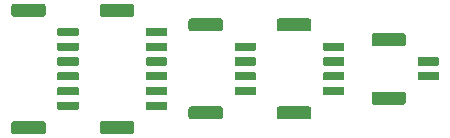
<source format=gts>
G04 #@! TF.GenerationSoftware,KiCad,Pcbnew,(5.1.5)-3*
G04 #@! TF.CreationDate,2021-10-17T15:32:45-07:00*
G04 #@! TF.ProjectId,uav_gps_i2c_breakout,7561765f-6770-4735-9f69-32635f627265,rev?*
G04 #@! TF.SameCoordinates,Original*
G04 #@! TF.FileFunction,Soldermask,Top*
G04 #@! TF.FilePolarity,Negative*
%FSLAX46Y46*%
G04 Gerber Fmt 4.6, Leading zero omitted, Abs format (unit mm)*
G04 Created by KiCad (PCBNEW (5.1.5)-3) date 2021-10-17 15:32:45*
%MOMM*%
%LPD*%
G04 APERTURE LIST*
%ADD10C,0.100000*%
G04 APERTURE END LIST*
D10*
G36*
X186879434Y-79428686D02*
G01*
X186919284Y-79440774D01*
X186955999Y-79460399D01*
X186988186Y-79486814D01*
X187014601Y-79519001D01*
X187034226Y-79555716D01*
X187046314Y-79595566D01*
X187051000Y-79643141D01*
X187051000Y-80306859D01*
X187046314Y-80354434D01*
X187034226Y-80394284D01*
X187014601Y-80430999D01*
X186988186Y-80463186D01*
X186955999Y-80489601D01*
X186919284Y-80509226D01*
X186879434Y-80521314D01*
X186831859Y-80526000D01*
X184368141Y-80526000D01*
X184320566Y-80521314D01*
X184280716Y-80509226D01*
X184244001Y-80489601D01*
X184211814Y-80463186D01*
X184185399Y-80430999D01*
X184165774Y-80394284D01*
X184153686Y-80354434D01*
X184149000Y-80306859D01*
X184149000Y-79643141D01*
X184153686Y-79595566D01*
X184165774Y-79555716D01*
X184185399Y-79519001D01*
X184211814Y-79486814D01*
X184244001Y-79460399D01*
X184280716Y-79440774D01*
X184320566Y-79428686D01*
X184368141Y-79424000D01*
X186831859Y-79424000D01*
X186879434Y-79428686D01*
G37*
G36*
X179379434Y-79428686D02*
G01*
X179419284Y-79440774D01*
X179455999Y-79460399D01*
X179488186Y-79486814D01*
X179514601Y-79519001D01*
X179534226Y-79555716D01*
X179546314Y-79595566D01*
X179551000Y-79643141D01*
X179551000Y-80306859D01*
X179546314Y-80354434D01*
X179534226Y-80394284D01*
X179514601Y-80430999D01*
X179488186Y-80463186D01*
X179455999Y-80489601D01*
X179419284Y-80509226D01*
X179379434Y-80521314D01*
X179331859Y-80526000D01*
X176868141Y-80526000D01*
X176820566Y-80521314D01*
X176780716Y-80509226D01*
X176744001Y-80489601D01*
X176711814Y-80463186D01*
X176685399Y-80430999D01*
X176665774Y-80394284D01*
X176653686Y-80354434D01*
X176649000Y-80306859D01*
X176649000Y-79643141D01*
X176653686Y-79595566D01*
X176665774Y-79555716D01*
X176685399Y-79519001D01*
X176711814Y-79486814D01*
X176744001Y-79460399D01*
X176780716Y-79440774D01*
X176820566Y-79428686D01*
X176868141Y-79424000D01*
X179331859Y-79424000D01*
X179379434Y-79428686D01*
G37*
G36*
X201879434Y-78178686D02*
G01*
X201919284Y-78190774D01*
X201955999Y-78210399D01*
X201988186Y-78236814D01*
X202014601Y-78269001D01*
X202034226Y-78305716D01*
X202046314Y-78345566D01*
X202051000Y-78393141D01*
X202051000Y-79056859D01*
X202046314Y-79104434D01*
X202034226Y-79144284D01*
X202014601Y-79180999D01*
X201988186Y-79213186D01*
X201955999Y-79239601D01*
X201919284Y-79259226D01*
X201879434Y-79271314D01*
X201831859Y-79276000D01*
X199368141Y-79276000D01*
X199320566Y-79271314D01*
X199280716Y-79259226D01*
X199244001Y-79239601D01*
X199211814Y-79213186D01*
X199185399Y-79180999D01*
X199165774Y-79144284D01*
X199153686Y-79104434D01*
X199149000Y-79056859D01*
X199149000Y-78393141D01*
X199153686Y-78345566D01*
X199165774Y-78305716D01*
X199185399Y-78269001D01*
X199211814Y-78236814D01*
X199244001Y-78210399D01*
X199280716Y-78190774D01*
X199320566Y-78178686D01*
X199368141Y-78174000D01*
X201831859Y-78174000D01*
X201879434Y-78178686D01*
G37*
G36*
X194379434Y-78178686D02*
G01*
X194419284Y-78190774D01*
X194455999Y-78210399D01*
X194488186Y-78236814D01*
X194514601Y-78269001D01*
X194534226Y-78305716D01*
X194546314Y-78345566D01*
X194551000Y-78393141D01*
X194551000Y-79056859D01*
X194546314Y-79104434D01*
X194534226Y-79144284D01*
X194514601Y-79180999D01*
X194488186Y-79213186D01*
X194455999Y-79239601D01*
X194419284Y-79259226D01*
X194379434Y-79271314D01*
X194331859Y-79276000D01*
X191868141Y-79276000D01*
X191820566Y-79271314D01*
X191780716Y-79259226D01*
X191744001Y-79239601D01*
X191711814Y-79213186D01*
X191685399Y-79180999D01*
X191665774Y-79144284D01*
X191653686Y-79104434D01*
X191649000Y-79056859D01*
X191649000Y-78393141D01*
X191653686Y-78345566D01*
X191665774Y-78305716D01*
X191685399Y-78269001D01*
X191711814Y-78236814D01*
X191744001Y-78210399D01*
X191780716Y-78190774D01*
X191820566Y-78178686D01*
X191868141Y-78174000D01*
X194331859Y-78174000D01*
X194379434Y-78178686D01*
G37*
G36*
X182259928Y-77776764D02*
G01*
X182281009Y-77783160D01*
X182300445Y-77793548D01*
X182317476Y-77807524D01*
X182331452Y-77824555D01*
X182341840Y-77843991D01*
X182348236Y-77865072D01*
X182351000Y-77893140D01*
X182351000Y-78356860D01*
X182348236Y-78384928D01*
X182341840Y-78406009D01*
X182331452Y-78425445D01*
X182317476Y-78442476D01*
X182300445Y-78456452D01*
X182281009Y-78466840D01*
X182259928Y-78473236D01*
X182231860Y-78476000D01*
X180668140Y-78476000D01*
X180640072Y-78473236D01*
X180618991Y-78466840D01*
X180599555Y-78456452D01*
X180582524Y-78442476D01*
X180568548Y-78425445D01*
X180558160Y-78406009D01*
X180551764Y-78384928D01*
X180549000Y-78356860D01*
X180549000Y-77893140D01*
X180551764Y-77865072D01*
X180558160Y-77843991D01*
X180568548Y-77824555D01*
X180582524Y-77807524D01*
X180599555Y-77793548D01*
X180618991Y-77783160D01*
X180640072Y-77776764D01*
X180668140Y-77774000D01*
X182231860Y-77774000D01*
X182259928Y-77776764D01*
G37*
G36*
X189759928Y-77776764D02*
G01*
X189781009Y-77783160D01*
X189800445Y-77793548D01*
X189817476Y-77807524D01*
X189831452Y-77824555D01*
X189841840Y-77843991D01*
X189848236Y-77865072D01*
X189851000Y-77893140D01*
X189851000Y-78356860D01*
X189848236Y-78384928D01*
X189841840Y-78406009D01*
X189831452Y-78425445D01*
X189817476Y-78442476D01*
X189800445Y-78456452D01*
X189781009Y-78466840D01*
X189759928Y-78473236D01*
X189731860Y-78476000D01*
X188168140Y-78476000D01*
X188140072Y-78473236D01*
X188118991Y-78466840D01*
X188099555Y-78456452D01*
X188082524Y-78442476D01*
X188068548Y-78425445D01*
X188058160Y-78406009D01*
X188051764Y-78384928D01*
X188049000Y-78356860D01*
X188049000Y-77893140D01*
X188051764Y-77865072D01*
X188058160Y-77843991D01*
X188068548Y-77824555D01*
X188082524Y-77807524D01*
X188099555Y-77793548D01*
X188118991Y-77783160D01*
X188140072Y-77776764D01*
X188168140Y-77774000D01*
X189731860Y-77774000D01*
X189759928Y-77776764D01*
G37*
G36*
X209879434Y-76928686D02*
G01*
X209919284Y-76940774D01*
X209955999Y-76960399D01*
X209988186Y-76986814D01*
X210014601Y-77019001D01*
X210034226Y-77055716D01*
X210046314Y-77095566D01*
X210051000Y-77143141D01*
X210051000Y-77806859D01*
X210046314Y-77854434D01*
X210034226Y-77894284D01*
X210014601Y-77930999D01*
X209988186Y-77963186D01*
X209955999Y-77989601D01*
X209919284Y-78009226D01*
X209879434Y-78021314D01*
X209831859Y-78026000D01*
X207368141Y-78026000D01*
X207320566Y-78021314D01*
X207280716Y-78009226D01*
X207244001Y-77989601D01*
X207211814Y-77963186D01*
X207185399Y-77930999D01*
X207165774Y-77894284D01*
X207153686Y-77854434D01*
X207149000Y-77806859D01*
X207149000Y-77143141D01*
X207153686Y-77095566D01*
X207165774Y-77055716D01*
X207185399Y-77019001D01*
X207211814Y-76986814D01*
X207244001Y-76960399D01*
X207280716Y-76940774D01*
X207320566Y-76928686D01*
X207368141Y-76924000D01*
X209831859Y-76924000D01*
X209879434Y-76928686D01*
G37*
G36*
X189759928Y-76526764D02*
G01*
X189781009Y-76533160D01*
X189800445Y-76543548D01*
X189817476Y-76557524D01*
X189831452Y-76574555D01*
X189841840Y-76593991D01*
X189848236Y-76615072D01*
X189851000Y-76643140D01*
X189851000Y-77106860D01*
X189848236Y-77134928D01*
X189841840Y-77156009D01*
X189831452Y-77175445D01*
X189817476Y-77192476D01*
X189800445Y-77206452D01*
X189781009Y-77216840D01*
X189759928Y-77223236D01*
X189731860Y-77226000D01*
X188168140Y-77226000D01*
X188140072Y-77223236D01*
X188118991Y-77216840D01*
X188099555Y-77206452D01*
X188082524Y-77192476D01*
X188068548Y-77175445D01*
X188058160Y-77156009D01*
X188051764Y-77134928D01*
X188049000Y-77106860D01*
X188049000Y-76643140D01*
X188051764Y-76615072D01*
X188058160Y-76593991D01*
X188068548Y-76574555D01*
X188082524Y-76557524D01*
X188099555Y-76543548D01*
X188118991Y-76533160D01*
X188140072Y-76526764D01*
X188168140Y-76524000D01*
X189731860Y-76524000D01*
X189759928Y-76526764D01*
G37*
G36*
X204759928Y-76526764D02*
G01*
X204781009Y-76533160D01*
X204800445Y-76543548D01*
X204817476Y-76557524D01*
X204831452Y-76574555D01*
X204841840Y-76593991D01*
X204848236Y-76615072D01*
X204851000Y-76643140D01*
X204851000Y-77106860D01*
X204848236Y-77134928D01*
X204841840Y-77156009D01*
X204831452Y-77175445D01*
X204817476Y-77192476D01*
X204800445Y-77206452D01*
X204781009Y-77216840D01*
X204759928Y-77223236D01*
X204731860Y-77226000D01*
X203168140Y-77226000D01*
X203140072Y-77223236D01*
X203118991Y-77216840D01*
X203099555Y-77206452D01*
X203082524Y-77192476D01*
X203068548Y-77175445D01*
X203058160Y-77156009D01*
X203051764Y-77134928D01*
X203049000Y-77106860D01*
X203049000Y-76643140D01*
X203051764Y-76615072D01*
X203058160Y-76593991D01*
X203068548Y-76574555D01*
X203082524Y-76557524D01*
X203099555Y-76543548D01*
X203118991Y-76533160D01*
X203140072Y-76526764D01*
X203168140Y-76524000D01*
X204731860Y-76524000D01*
X204759928Y-76526764D01*
G37*
G36*
X197259928Y-76526764D02*
G01*
X197281009Y-76533160D01*
X197300445Y-76543548D01*
X197317476Y-76557524D01*
X197331452Y-76574555D01*
X197341840Y-76593991D01*
X197348236Y-76615072D01*
X197351000Y-76643140D01*
X197351000Y-77106860D01*
X197348236Y-77134928D01*
X197341840Y-77156009D01*
X197331452Y-77175445D01*
X197317476Y-77192476D01*
X197300445Y-77206452D01*
X197281009Y-77216840D01*
X197259928Y-77223236D01*
X197231860Y-77226000D01*
X195668140Y-77226000D01*
X195640072Y-77223236D01*
X195618991Y-77216840D01*
X195599555Y-77206452D01*
X195582524Y-77192476D01*
X195568548Y-77175445D01*
X195558160Y-77156009D01*
X195551764Y-77134928D01*
X195549000Y-77106860D01*
X195549000Y-76643140D01*
X195551764Y-76615072D01*
X195558160Y-76593991D01*
X195568548Y-76574555D01*
X195582524Y-76557524D01*
X195599555Y-76543548D01*
X195618991Y-76533160D01*
X195640072Y-76526764D01*
X195668140Y-76524000D01*
X197231860Y-76524000D01*
X197259928Y-76526764D01*
G37*
G36*
X182259928Y-76526764D02*
G01*
X182281009Y-76533160D01*
X182300445Y-76543548D01*
X182317476Y-76557524D01*
X182331452Y-76574555D01*
X182341840Y-76593991D01*
X182348236Y-76615072D01*
X182351000Y-76643140D01*
X182351000Y-77106860D01*
X182348236Y-77134928D01*
X182341840Y-77156009D01*
X182331452Y-77175445D01*
X182317476Y-77192476D01*
X182300445Y-77206452D01*
X182281009Y-77216840D01*
X182259928Y-77223236D01*
X182231860Y-77226000D01*
X180668140Y-77226000D01*
X180640072Y-77223236D01*
X180618991Y-77216840D01*
X180599555Y-77206452D01*
X180582524Y-77192476D01*
X180568548Y-77175445D01*
X180558160Y-77156009D01*
X180551764Y-77134928D01*
X180549000Y-77106860D01*
X180549000Y-76643140D01*
X180551764Y-76615072D01*
X180558160Y-76593991D01*
X180568548Y-76574555D01*
X180582524Y-76557524D01*
X180599555Y-76543548D01*
X180618991Y-76533160D01*
X180640072Y-76526764D01*
X180668140Y-76524000D01*
X182231860Y-76524000D01*
X182259928Y-76526764D01*
G37*
G36*
X197259928Y-75276764D02*
G01*
X197281009Y-75283160D01*
X197300445Y-75293548D01*
X197317476Y-75307524D01*
X197331452Y-75324555D01*
X197341840Y-75343991D01*
X197348236Y-75365072D01*
X197351000Y-75393140D01*
X197351000Y-75856860D01*
X197348236Y-75884928D01*
X197341840Y-75906009D01*
X197331452Y-75925445D01*
X197317476Y-75942476D01*
X197300445Y-75956452D01*
X197281009Y-75966840D01*
X197259928Y-75973236D01*
X197231860Y-75976000D01*
X195668140Y-75976000D01*
X195640072Y-75973236D01*
X195618991Y-75966840D01*
X195599555Y-75956452D01*
X195582524Y-75942476D01*
X195568548Y-75925445D01*
X195558160Y-75906009D01*
X195551764Y-75884928D01*
X195549000Y-75856860D01*
X195549000Y-75393140D01*
X195551764Y-75365072D01*
X195558160Y-75343991D01*
X195568548Y-75324555D01*
X195582524Y-75307524D01*
X195599555Y-75293548D01*
X195618991Y-75283160D01*
X195640072Y-75276764D01*
X195668140Y-75274000D01*
X197231860Y-75274000D01*
X197259928Y-75276764D01*
G37*
G36*
X204759928Y-75276764D02*
G01*
X204781009Y-75283160D01*
X204800445Y-75293548D01*
X204817476Y-75307524D01*
X204831452Y-75324555D01*
X204841840Y-75343991D01*
X204848236Y-75365072D01*
X204851000Y-75393140D01*
X204851000Y-75856860D01*
X204848236Y-75884928D01*
X204841840Y-75906009D01*
X204831452Y-75925445D01*
X204817476Y-75942476D01*
X204800445Y-75956452D01*
X204781009Y-75966840D01*
X204759928Y-75973236D01*
X204731860Y-75976000D01*
X203168140Y-75976000D01*
X203140072Y-75973236D01*
X203118991Y-75966840D01*
X203099555Y-75956452D01*
X203082524Y-75942476D01*
X203068548Y-75925445D01*
X203058160Y-75906009D01*
X203051764Y-75884928D01*
X203049000Y-75856860D01*
X203049000Y-75393140D01*
X203051764Y-75365072D01*
X203058160Y-75343991D01*
X203068548Y-75324555D01*
X203082524Y-75307524D01*
X203099555Y-75293548D01*
X203118991Y-75283160D01*
X203140072Y-75276764D01*
X203168140Y-75274000D01*
X204731860Y-75274000D01*
X204759928Y-75276764D01*
G37*
G36*
X182259928Y-75276764D02*
G01*
X182281009Y-75283160D01*
X182300445Y-75293548D01*
X182317476Y-75307524D01*
X182331452Y-75324555D01*
X182341840Y-75343991D01*
X182348236Y-75365072D01*
X182351000Y-75393140D01*
X182351000Y-75856860D01*
X182348236Y-75884928D01*
X182341840Y-75906009D01*
X182331452Y-75925445D01*
X182317476Y-75942476D01*
X182300445Y-75956452D01*
X182281009Y-75966840D01*
X182259928Y-75973236D01*
X182231860Y-75976000D01*
X180668140Y-75976000D01*
X180640072Y-75973236D01*
X180618991Y-75966840D01*
X180599555Y-75956452D01*
X180582524Y-75942476D01*
X180568548Y-75925445D01*
X180558160Y-75906009D01*
X180551764Y-75884928D01*
X180549000Y-75856860D01*
X180549000Y-75393140D01*
X180551764Y-75365072D01*
X180558160Y-75343991D01*
X180568548Y-75324555D01*
X180582524Y-75307524D01*
X180599555Y-75293548D01*
X180618991Y-75283160D01*
X180640072Y-75276764D01*
X180668140Y-75274000D01*
X182231860Y-75274000D01*
X182259928Y-75276764D01*
G37*
G36*
X189759928Y-75276764D02*
G01*
X189781009Y-75283160D01*
X189800445Y-75293548D01*
X189817476Y-75307524D01*
X189831452Y-75324555D01*
X189841840Y-75343991D01*
X189848236Y-75365072D01*
X189851000Y-75393140D01*
X189851000Y-75856860D01*
X189848236Y-75884928D01*
X189841840Y-75906009D01*
X189831452Y-75925445D01*
X189817476Y-75942476D01*
X189800445Y-75956452D01*
X189781009Y-75966840D01*
X189759928Y-75973236D01*
X189731860Y-75976000D01*
X188168140Y-75976000D01*
X188140072Y-75973236D01*
X188118991Y-75966840D01*
X188099555Y-75956452D01*
X188082524Y-75942476D01*
X188068548Y-75925445D01*
X188058160Y-75906009D01*
X188051764Y-75884928D01*
X188049000Y-75856860D01*
X188049000Y-75393140D01*
X188051764Y-75365072D01*
X188058160Y-75343991D01*
X188068548Y-75324555D01*
X188082524Y-75307524D01*
X188099555Y-75293548D01*
X188118991Y-75283160D01*
X188140072Y-75276764D01*
X188168140Y-75274000D01*
X189731860Y-75274000D01*
X189759928Y-75276764D01*
G37*
G36*
X212759928Y-75276764D02*
G01*
X212781009Y-75283160D01*
X212800445Y-75293548D01*
X212817476Y-75307524D01*
X212831452Y-75324555D01*
X212841840Y-75343991D01*
X212848236Y-75365072D01*
X212851000Y-75393140D01*
X212851000Y-75856860D01*
X212848236Y-75884928D01*
X212841840Y-75906009D01*
X212831452Y-75925445D01*
X212817476Y-75942476D01*
X212800445Y-75956452D01*
X212781009Y-75966840D01*
X212759928Y-75973236D01*
X212731860Y-75976000D01*
X211168140Y-75976000D01*
X211140072Y-75973236D01*
X211118991Y-75966840D01*
X211099555Y-75956452D01*
X211082524Y-75942476D01*
X211068548Y-75925445D01*
X211058160Y-75906009D01*
X211051764Y-75884928D01*
X211049000Y-75856860D01*
X211049000Y-75393140D01*
X211051764Y-75365072D01*
X211058160Y-75343991D01*
X211068548Y-75324555D01*
X211082524Y-75307524D01*
X211099555Y-75293548D01*
X211118991Y-75283160D01*
X211140072Y-75276764D01*
X211168140Y-75274000D01*
X212731860Y-75274000D01*
X212759928Y-75276764D01*
G37*
G36*
X182259928Y-74026764D02*
G01*
X182281009Y-74033160D01*
X182300445Y-74043548D01*
X182317476Y-74057524D01*
X182331452Y-74074555D01*
X182341840Y-74093991D01*
X182348236Y-74115072D01*
X182351000Y-74143140D01*
X182351000Y-74606860D01*
X182348236Y-74634928D01*
X182341840Y-74656009D01*
X182331452Y-74675445D01*
X182317476Y-74692476D01*
X182300445Y-74706452D01*
X182281009Y-74716840D01*
X182259928Y-74723236D01*
X182231860Y-74726000D01*
X180668140Y-74726000D01*
X180640072Y-74723236D01*
X180618991Y-74716840D01*
X180599555Y-74706452D01*
X180582524Y-74692476D01*
X180568548Y-74675445D01*
X180558160Y-74656009D01*
X180551764Y-74634928D01*
X180549000Y-74606860D01*
X180549000Y-74143140D01*
X180551764Y-74115072D01*
X180558160Y-74093991D01*
X180568548Y-74074555D01*
X180582524Y-74057524D01*
X180599555Y-74043548D01*
X180618991Y-74033160D01*
X180640072Y-74026764D01*
X180668140Y-74024000D01*
X182231860Y-74024000D01*
X182259928Y-74026764D01*
G37*
G36*
X212759928Y-74026764D02*
G01*
X212781009Y-74033160D01*
X212800445Y-74043548D01*
X212817476Y-74057524D01*
X212831452Y-74074555D01*
X212841840Y-74093991D01*
X212848236Y-74115072D01*
X212851000Y-74143140D01*
X212851000Y-74606860D01*
X212848236Y-74634928D01*
X212841840Y-74656009D01*
X212831452Y-74675445D01*
X212817476Y-74692476D01*
X212800445Y-74706452D01*
X212781009Y-74716840D01*
X212759928Y-74723236D01*
X212731860Y-74726000D01*
X211168140Y-74726000D01*
X211140072Y-74723236D01*
X211118991Y-74716840D01*
X211099555Y-74706452D01*
X211082524Y-74692476D01*
X211068548Y-74675445D01*
X211058160Y-74656009D01*
X211051764Y-74634928D01*
X211049000Y-74606860D01*
X211049000Y-74143140D01*
X211051764Y-74115072D01*
X211058160Y-74093991D01*
X211068548Y-74074555D01*
X211082524Y-74057524D01*
X211099555Y-74043548D01*
X211118991Y-74033160D01*
X211140072Y-74026764D01*
X211168140Y-74024000D01*
X212731860Y-74024000D01*
X212759928Y-74026764D01*
G37*
G36*
X204759928Y-74026764D02*
G01*
X204781009Y-74033160D01*
X204800445Y-74043548D01*
X204817476Y-74057524D01*
X204831452Y-74074555D01*
X204841840Y-74093991D01*
X204848236Y-74115072D01*
X204851000Y-74143140D01*
X204851000Y-74606860D01*
X204848236Y-74634928D01*
X204841840Y-74656009D01*
X204831452Y-74675445D01*
X204817476Y-74692476D01*
X204800445Y-74706452D01*
X204781009Y-74716840D01*
X204759928Y-74723236D01*
X204731860Y-74726000D01*
X203168140Y-74726000D01*
X203140072Y-74723236D01*
X203118991Y-74716840D01*
X203099555Y-74706452D01*
X203082524Y-74692476D01*
X203068548Y-74675445D01*
X203058160Y-74656009D01*
X203051764Y-74634928D01*
X203049000Y-74606860D01*
X203049000Y-74143140D01*
X203051764Y-74115072D01*
X203058160Y-74093991D01*
X203068548Y-74074555D01*
X203082524Y-74057524D01*
X203099555Y-74043548D01*
X203118991Y-74033160D01*
X203140072Y-74026764D01*
X203168140Y-74024000D01*
X204731860Y-74024000D01*
X204759928Y-74026764D01*
G37*
G36*
X197259928Y-74026764D02*
G01*
X197281009Y-74033160D01*
X197300445Y-74043548D01*
X197317476Y-74057524D01*
X197331452Y-74074555D01*
X197341840Y-74093991D01*
X197348236Y-74115072D01*
X197351000Y-74143140D01*
X197351000Y-74606860D01*
X197348236Y-74634928D01*
X197341840Y-74656009D01*
X197331452Y-74675445D01*
X197317476Y-74692476D01*
X197300445Y-74706452D01*
X197281009Y-74716840D01*
X197259928Y-74723236D01*
X197231860Y-74726000D01*
X195668140Y-74726000D01*
X195640072Y-74723236D01*
X195618991Y-74716840D01*
X195599555Y-74706452D01*
X195582524Y-74692476D01*
X195568548Y-74675445D01*
X195558160Y-74656009D01*
X195551764Y-74634928D01*
X195549000Y-74606860D01*
X195549000Y-74143140D01*
X195551764Y-74115072D01*
X195558160Y-74093991D01*
X195568548Y-74074555D01*
X195582524Y-74057524D01*
X195599555Y-74043548D01*
X195618991Y-74033160D01*
X195640072Y-74026764D01*
X195668140Y-74024000D01*
X197231860Y-74024000D01*
X197259928Y-74026764D01*
G37*
G36*
X189759928Y-74026764D02*
G01*
X189781009Y-74033160D01*
X189800445Y-74043548D01*
X189817476Y-74057524D01*
X189831452Y-74074555D01*
X189841840Y-74093991D01*
X189848236Y-74115072D01*
X189851000Y-74143140D01*
X189851000Y-74606860D01*
X189848236Y-74634928D01*
X189841840Y-74656009D01*
X189831452Y-74675445D01*
X189817476Y-74692476D01*
X189800445Y-74706452D01*
X189781009Y-74716840D01*
X189759928Y-74723236D01*
X189731860Y-74726000D01*
X188168140Y-74726000D01*
X188140072Y-74723236D01*
X188118991Y-74716840D01*
X188099555Y-74706452D01*
X188082524Y-74692476D01*
X188068548Y-74675445D01*
X188058160Y-74656009D01*
X188051764Y-74634928D01*
X188049000Y-74606860D01*
X188049000Y-74143140D01*
X188051764Y-74115072D01*
X188058160Y-74093991D01*
X188068548Y-74074555D01*
X188082524Y-74057524D01*
X188099555Y-74043548D01*
X188118991Y-74033160D01*
X188140072Y-74026764D01*
X188168140Y-74024000D01*
X189731860Y-74024000D01*
X189759928Y-74026764D01*
G37*
G36*
X204759928Y-72776764D02*
G01*
X204781009Y-72783160D01*
X204800445Y-72793548D01*
X204817476Y-72807524D01*
X204831452Y-72824555D01*
X204841840Y-72843991D01*
X204848236Y-72865072D01*
X204851000Y-72893140D01*
X204851000Y-73356860D01*
X204848236Y-73384928D01*
X204841840Y-73406009D01*
X204831452Y-73425445D01*
X204817476Y-73442476D01*
X204800445Y-73456452D01*
X204781009Y-73466840D01*
X204759928Y-73473236D01*
X204731860Y-73476000D01*
X203168140Y-73476000D01*
X203140072Y-73473236D01*
X203118991Y-73466840D01*
X203099555Y-73456452D01*
X203082524Y-73442476D01*
X203068548Y-73425445D01*
X203058160Y-73406009D01*
X203051764Y-73384928D01*
X203049000Y-73356860D01*
X203049000Y-72893140D01*
X203051764Y-72865072D01*
X203058160Y-72843991D01*
X203068548Y-72824555D01*
X203082524Y-72807524D01*
X203099555Y-72793548D01*
X203118991Y-72783160D01*
X203140072Y-72776764D01*
X203168140Y-72774000D01*
X204731860Y-72774000D01*
X204759928Y-72776764D01*
G37*
G36*
X197259928Y-72776764D02*
G01*
X197281009Y-72783160D01*
X197300445Y-72793548D01*
X197317476Y-72807524D01*
X197331452Y-72824555D01*
X197341840Y-72843991D01*
X197348236Y-72865072D01*
X197351000Y-72893140D01*
X197351000Y-73356860D01*
X197348236Y-73384928D01*
X197341840Y-73406009D01*
X197331452Y-73425445D01*
X197317476Y-73442476D01*
X197300445Y-73456452D01*
X197281009Y-73466840D01*
X197259928Y-73473236D01*
X197231860Y-73476000D01*
X195668140Y-73476000D01*
X195640072Y-73473236D01*
X195618991Y-73466840D01*
X195599555Y-73456452D01*
X195582524Y-73442476D01*
X195568548Y-73425445D01*
X195558160Y-73406009D01*
X195551764Y-73384928D01*
X195549000Y-73356860D01*
X195549000Y-72893140D01*
X195551764Y-72865072D01*
X195558160Y-72843991D01*
X195568548Y-72824555D01*
X195582524Y-72807524D01*
X195599555Y-72793548D01*
X195618991Y-72783160D01*
X195640072Y-72776764D01*
X195668140Y-72774000D01*
X197231860Y-72774000D01*
X197259928Y-72776764D01*
G37*
G36*
X182259928Y-72776764D02*
G01*
X182281009Y-72783160D01*
X182300445Y-72793548D01*
X182317476Y-72807524D01*
X182331452Y-72824555D01*
X182341840Y-72843991D01*
X182348236Y-72865072D01*
X182351000Y-72893140D01*
X182351000Y-73356860D01*
X182348236Y-73384928D01*
X182341840Y-73406009D01*
X182331452Y-73425445D01*
X182317476Y-73442476D01*
X182300445Y-73456452D01*
X182281009Y-73466840D01*
X182259928Y-73473236D01*
X182231860Y-73476000D01*
X180668140Y-73476000D01*
X180640072Y-73473236D01*
X180618991Y-73466840D01*
X180599555Y-73456452D01*
X180582524Y-73442476D01*
X180568548Y-73425445D01*
X180558160Y-73406009D01*
X180551764Y-73384928D01*
X180549000Y-73356860D01*
X180549000Y-72893140D01*
X180551764Y-72865072D01*
X180558160Y-72843991D01*
X180568548Y-72824555D01*
X180582524Y-72807524D01*
X180599555Y-72793548D01*
X180618991Y-72783160D01*
X180640072Y-72776764D01*
X180668140Y-72774000D01*
X182231860Y-72774000D01*
X182259928Y-72776764D01*
G37*
G36*
X189759928Y-72776764D02*
G01*
X189781009Y-72783160D01*
X189800445Y-72793548D01*
X189817476Y-72807524D01*
X189831452Y-72824555D01*
X189841840Y-72843991D01*
X189848236Y-72865072D01*
X189851000Y-72893140D01*
X189851000Y-73356860D01*
X189848236Y-73384928D01*
X189841840Y-73406009D01*
X189831452Y-73425445D01*
X189817476Y-73442476D01*
X189800445Y-73456452D01*
X189781009Y-73466840D01*
X189759928Y-73473236D01*
X189731860Y-73476000D01*
X188168140Y-73476000D01*
X188140072Y-73473236D01*
X188118991Y-73466840D01*
X188099555Y-73456452D01*
X188082524Y-73442476D01*
X188068548Y-73425445D01*
X188058160Y-73406009D01*
X188051764Y-73384928D01*
X188049000Y-73356860D01*
X188049000Y-72893140D01*
X188051764Y-72865072D01*
X188058160Y-72843991D01*
X188068548Y-72824555D01*
X188082524Y-72807524D01*
X188099555Y-72793548D01*
X188118991Y-72783160D01*
X188140072Y-72776764D01*
X188168140Y-72774000D01*
X189731860Y-72774000D01*
X189759928Y-72776764D01*
G37*
G36*
X209879434Y-71978686D02*
G01*
X209919284Y-71990774D01*
X209955999Y-72010399D01*
X209988186Y-72036814D01*
X210014601Y-72069001D01*
X210034226Y-72105716D01*
X210046314Y-72145566D01*
X210051000Y-72193141D01*
X210051000Y-72856859D01*
X210046314Y-72904434D01*
X210034226Y-72944284D01*
X210014601Y-72980999D01*
X209988186Y-73013186D01*
X209955999Y-73039601D01*
X209919284Y-73059226D01*
X209879434Y-73071314D01*
X209831859Y-73076000D01*
X207368141Y-73076000D01*
X207320566Y-73071314D01*
X207280716Y-73059226D01*
X207244001Y-73039601D01*
X207211814Y-73013186D01*
X207185399Y-72980999D01*
X207165774Y-72944284D01*
X207153686Y-72904434D01*
X207149000Y-72856859D01*
X207149000Y-72193141D01*
X207153686Y-72145566D01*
X207165774Y-72105716D01*
X207185399Y-72069001D01*
X207211814Y-72036814D01*
X207244001Y-72010399D01*
X207280716Y-71990774D01*
X207320566Y-71978686D01*
X207368141Y-71974000D01*
X209831859Y-71974000D01*
X209879434Y-71978686D01*
G37*
G36*
X182259928Y-71526764D02*
G01*
X182281009Y-71533160D01*
X182300445Y-71543548D01*
X182317476Y-71557524D01*
X182331452Y-71574555D01*
X182341840Y-71593991D01*
X182348236Y-71615072D01*
X182351000Y-71643140D01*
X182351000Y-72106860D01*
X182348236Y-72134928D01*
X182341840Y-72156009D01*
X182331452Y-72175445D01*
X182317476Y-72192476D01*
X182300445Y-72206452D01*
X182281009Y-72216840D01*
X182259928Y-72223236D01*
X182231860Y-72226000D01*
X180668140Y-72226000D01*
X180640072Y-72223236D01*
X180618991Y-72216840D01*
X180599555Y-72206452D01*
X180582524Y-72192476D01*
X180568548Y-72175445D01*
X180558160Y-72156009D01*
X180551764Y-72134928D01*
X180549000Y-72106860D01*
X180549000Y-71643140D01*
X180551764Y-71615072D01*
X180558160Y-71593991D01*
X180568548Y-71574555D01*
X180582524Y-71557524D01*
X180599555Y-71543548D01*
X180618991Y-71533160D01*
X180640072Y-71526764D01*
X180668140Y-71524000D01*
X182231860Y-71524000D01*
X182259928Y-71526764D01*
G37*
G36*
X189759928Y-71526764D02*
G01*
X189781009Y-71533160D01*
X189800445Y-71543548D01*
X189817476Y-71557524D01*
X189831452Y-71574555D01*
X189841840Y-71593991D01*
X189848236Y-71615072D01*
X189851000Y-71643140D01*
X189851000Y-72106860D01*
X189848236Y-72134928D01*
X189841840Y-72156009D01*
X189831452Y-72175445D01*
X189817476Y-72192476D01*
X189800445Y-72206452D01*
X189781009Y-72216840D01*
X189759928Y-72223236D01*
X189731860Y-72226000D01*
X188168140Y-72226000D01*
X188140072Y-72223236D01*
X188118991Y-72216840D01*
X188099555Y-72206452D01*
X188082524Y-72192476D01*
X188068548Y-72175445D01*
X188058160Y-72156009D01*
X188051764Y-72134928D01*
X188049000Y-72106860D01*
X188049000Y-71643140D01*
X188051764Y-71615072D01*
X188058160Y-71593991D01*
X188068548Y-71574555D01*
X188082524Y-71557524D01*
X188099555Y-71543548D01*
X188118991Y-71533160D01*
X188140072Y-71526764D01*
X188168140Y-71524000D01*
X189731860Y-71524000D01*
X189759928Y-71526764D01*
G37*
G36*
X201879434Y-70728686D02*
G01*
X201919284Y-70740774D01*
X201955999Y-70760399D01*
X201988186Y-70786814D01*
X202014601Y-70819001D01*
X202034226Y-70855716D01*
X202046314Y-70895566D01*
X202051000Y-70943141D01*
X202051000Y-71606859D01*
X202046314Y-71654434D01*
X202034226Y-71694284D01*
X202014601Y-71730999D01*
X201988186Y-71763186D01*
X201955999Y-71789601D01*
X201919284Y-71809226D01*
X201879434Y-71821314D01*
X201831859Y-71826000D01*
X199368141Y-71826000D01*
X199320566Y-71821314D01*
X199280716Y-71809226D01*
X199244001Y-71789601D01*
X199211814Y-71763186D01*
X199185399Y-71730999D01*
X199165774Y-71694284D01*
X199153686Y-71654434D01*
X199149000Y-71606859D01*
X199149000Y-70943141D01*
X199153686Y-70895566D01*
X199165774Y-70855716D01*
X199185399Y-70819001D01*
X199211814Y-70786814D01*
X199244001Y-70760399D01*
X199280716Y-70740774D01*
X199320566Y-70728686D01*
X199368141Y-70724000D01*
X201831859Y-70724000D01*
X201879434Y-70728686D01*
G37*
G36*
X194379434Y-70728686D02*
G01*
X194419284Y-70740774D01*
X194455999Y-70760399D01*
X194488186Y-70786814D01*
X194514601Y-70819001D01*
X194534226Y-70855716D01*
X194546314Y-70895566D01*
X194551000Y-70943141D01*
X194551000Y-71606859D01*
X194546314Y-71654434D01*
X194534226Y-71694284D01*
X194514601Y-71730999D01*
X194488186Y-71763186D01*
X194455999Y-71789601D01*
X194419284Y-71809226D01*
X194379434Y-71821314D01*
X194331859Y-71826000D01*
X191868141Y-71826000D01*
X191820566Y-71821314D01*
X191780716Y-71809226D01*
X191744001Y-71789601D01*
X191711814Y-71763186D01*
X191685399Y-71730999D01*
X191665774Y-71694284D01*
X191653686Y-71654434D01*
X191649000Y-71606859D01*
X191649000Y-70943141D01*
X191653686Y-70895566D01*
X191665774Y-70855716D01*
X191685399Y-70819001D01*
X191711814Y-70786814D01*
X191744001Y-70760399D01*
X191780716Y-70740774D01*
X191820566Y-70728686D01*
X191868141Y-70724000D01*
X194331859Y-70724000D01*
X194379434Y-70728686D01*
G37*
G36*
X186879434Y-69478686D02*
G01*
X186919284Y-69490774D01*
X186955999Y-69510399D01*
X186988186Y-69536814D01*
X187014601Y-69569001D01*
X187034226Y-69605716D01*
X187046314Y-69645566D01*
X187051000Y-69693141D01*
X187051000Y-70356859D01*
X187046314Y-70404434D01*
X187034226Y-70444284D01*
X187014601Y-70480999D01*
X186988186Y-70513186D01*
X186955999Y-70539601D01*
X186919284Y-70559226D01*
X186879434Y-70571314D01*
X186831859Y-70576000D01*
X184368141Y-70576000D01*
X184320566Y-70571314D01*
X184280716Y-70559226D01*
X184244001Y-70539601D01*
X184211814Y-70513186D01*
X184185399Y-70480999D01*
X184165774Y-70444284D01*
X184153686Y-70404434D01*
X184149000Y-70356859D01*
X184149000Y-69693141D01*
X184153686Y-69645566D01*
X184165774Y-69605716D01*
X184185399Y-69569001D01*
X184211814Y-69536814D01*
X184244001Y-69510399D01*
X184280716Y-69490774D01*
X184320566Y-69478686D01*
X184368141Y-69474000D01*
X186831859Y-69474000D01*
X186879434Y-69478686D01*
G37*
G36*
X179379434Y-69478686D02*
G01*
X179419284Y-69490774D01*
X179455999Y-69510399D01*
X179488186Y-69536814D01*
X179514601Y-69569001D01*
X179534226Y-69605716D01*
X179546314Y-69645566D01*
X179551000Y-69693141D01*
X179551000Y-70356859D01*
X179546314Y-70404434D01*
X179534226Y-70444284D01*
X179514601Y-70480999D01*
X179488186Y-70513186D01*
X179455999Y-70539601D01*
X179419284Y-70559226D01*
X179379434Y-70571314D01*
X179331859Y-70576000D01*
X176868141Y-70576000D01*
X176820566Y-70571314D01*
X176780716Y-70559226D01*
X176744001Y-70539601D01*
X176711814Y-70513186D01*
X176685399Y-70480999D01*
X176665774Y-70444284D01*
X176653686Y-70404434D01*
X176649000Y-70356859D01*
X176649000Y-69693141D01*
X176653686Y-69645566D01*
X176665774Y-69605716D01*
X176685399Y-69569001D01*
X176711814Y-69536814D01*
X176744001Y-69510399D01*
X176780716Y-69490774D01*
X176820566Y-69478686D01*
X176868141Y-69474000D01*
X179331859Y-69474000D01*
X179379434Y-69478686D01*
G37*
M02*

</source>
